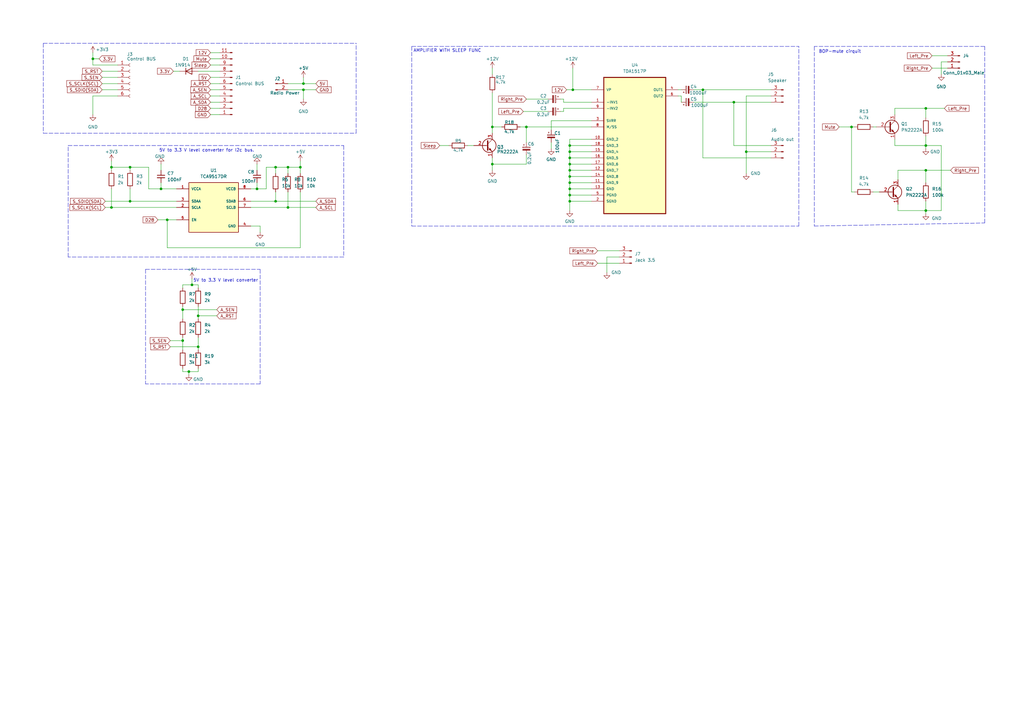
<source format=kicad_sch>
(kicad_sch (version 20211123) (generator eeschema)
  (paper "A3")
  (lib_symbols
    (symbol "Connector:Conn_01x02_Male" (pin_names (offset 1.016) hide)
      (property "Reference" "J" (at 0 2.54 0))
      (property "Value" "Conn_01x02_Male" (at 0 -5.08 0))
      (symbol "Conn_01x02_Male_1_1"
        (polyline (pts (xy 1.27 -2.54) (xy 0.8636 -2.54)) (stroke (width 0.1524)))
        (polyline (pts (xy 1.27 0) (xy 0.8636 0)) (stroke (width 0.1524)))
        (rectangle (start 0.8636 -2.413) (end 0 -2.667) (stroke (width 0.1524)) (fill (type outline)))
        (rectangle (start 0.8636 0.127) (end 0 -0.127) (stroke (width 0.1524)) (fill (type outline)))
        (pin passive line (at 5.08 0 180) (length 3.81) (name "Pin_1") (number "1"))
        (pin passive line (at 5.08 -2.54 180) (length 3.81) (name "Pin_2") (number "2"))
      )
    )
    (symbol "Connector:Conn_01x03_Male" (pin_names (offset 1.016) hide)
      (property "Reference" "J" (at 0 5.08 0))
      (property "Value" "Conn_01x03_Male" (at 0 -5.08 0))
      (symbol "Conn_01x03_Male_1_1"
        (polyline (pts (xy 1.27 -2.54) (xy 0.8636 -2.54)) (stroke (width 0.1524)))
        (polyline (pts (xy 1.27 0) (xy 0.8636 0)) (stroke (width 0.1524)))
        (polyline (pts (xy 1.27 2.54) (xy 0.8636 2.54)) (stroke (width 0.1524)))
        (rectangle (start 0.8636 -2.413) (end 0 -2.667) (stroke (width 0.1524)) (fill (type outline)))
        (rectangle (start 0.8636 0.127) (end 0 -0.127) (stroke (width 0.1524)) (fill (type outline)))
        (rectangle (start 0.8636 2.667) (end 0 2.413) (stroke (width 0.1524)) (fill (type outline)))
        (pin passive line (at 5.08 2.54 180) (length 3.81) (name "Pin_1") (number "1"))
        (pin passive line (at 5.08 0 180) (length 3.81) (name "Pin_2") (number "2"))
        (pin passive line (at 5.08 -2.54 180) (length 3.81) (name "Pin_3") (number "3"))
      )
    )
    (symbol "Connector:Conn_01x06_Female" (pin_names (offset 1.016) hide)
      (property "Reference" "J" (at 0 7.62 0))
      (property "Value" "Conn_01x06_Female" (at 0 -10.16 0))
      (symbol "Conn_01x06_Female_1_1"
        (arc (start 0 -7.112) (mid -0.508 -7.62) (end 0 -8.128) (stroke (width 0.1524)))
        (arc (start 0 -4.572) (mid -0.508 -5.08) (end 0 -5.588) (stroke (width 0.1524)))
        (arc (start 0 -2.032) (mid -0.508 -2.54) (end 0 -3.048) (stroke (width 0.1524)))
        (polyline (pts (xy -1.27 -7.62) (xy -0.508 -7.62)) (stroke (width 0.1524)))
        (polyline (pts (xy -1.27 -5.08) (xy -0.508 -5.08)) (stroke (width 0.1524)))
        (polyline (pts (xy -1.27 -2.54) (xy -0.508 -2.54)) (stroke (width 0.1524)))
        (polyline (pts (xy -1.27 0) (xy -0.508 0)) (stroke (width 0.1524)))
        (polyline (pts (xy -1.27 2.54) (xy -0.508 2.54)) (stroke (width 0.1524)))
        (polyline (pts (xy -1.27 5.08) (xy -0.508 5.08)) (stroke (width 0.1524)))
        (arc (start 0 0.508) (mid -0.508 0) (end 0 -0.508) (stroke (width 0.1524)))
        (arc (start 0 3.048) (mid -0.508 2.54) (end 0 2.032) (stroke (width 0.1524)))
        (arc (start 0 5.588) (mid -0.508 5.08) (end 0 4.572) (stroke (width 0.1524)))
        (pin passive line (at -5.08 5.08 0) (length 3.81) (name "Pin_1") (number "1"))
        (pin passive line (at -5.08 2.54 0) (length 3.81) (name "Pin_2") (number "2"))
        (pin passive line (at -5.08 0 0) (length 3.81) (name "Pin_3") (number "3"))
        (pin passive line (at -5.08 -2.54 0) (length 3.81) (name "Pin_4") (number "4"))
        (pin passive line (at -5.08 -5.08 0) (length 3.81) (name "Pin_5") (number "5"))
        (pin passive line (at -5.08 -7.62 0) (length 3.81) (name "Pin_6") (number "6"))
      )
    )
    (symbol "Connector:Conn_01x11_Male" (pin_names (offset 1.016) hide)
      (property "Reference" "J" (at 0 15.24 0))
      (property "Value" "Conn_01x11_Male" (at 0 -15.24 0))
      (symbol "Conn_01x11_Male_1_1"
        (polyline (pts (xy 1.27 -12.7) (xy 0.8636 -12.7)) (stroke (width 0.1524)))
        (polyline (pts (xy 1.27 -10.16) (xy 0.8636 -10.16)) (stroke (width 0.1524)))
        (polyline (pts (xy 1.27 -7.62) (xy 0.8636 -7.62)) (stroke (width 0.1524)))
        (polyline (pts (xy 1.27 -5.08) (xy 0.8636 -5.08)) (stroke (width 0.1524)))
        (polyline (pts (xy 1.27 -2.54) (xy 0.8636 -2.54)) (stroke (width 0.1524)))
        (polyline (pts (xy 1.27 0) (xy 0.8636 0)) (stroke (width 0.1524)))
        (polyline (pts (xy 1.27 2.54) (xy 0.8636 2.54)) (stroke (width 0.1524)))
        (polyline (pts (xy 1.27 5.08) (xy 0.8636 5.08)) (stroke (width 0.1524)))
        (polyline (pts (xy 1.27 7.62) (xy 0.8636 7.62)) (stroke (width 0.1524)))
        (polyline (pts (xy 1.27 10.16) (xy 0.8636 10.16)) (stroke (width 0.1524)))
        (polyline (pts (xy 1.27 12.7) (xy 0.8636 12.7)) (stroke (width 0.1524)))
        (rectangle (start 0.8636 -12.573) (end 0 -12.827) (stroke (width 0.1524)) (fill (type outline)))
        (rectangle (start 0.8636 -10.033) (end 0 -10.287) (stroke (width 0.1524)) (fill (type outline)))
        (rectangle (start 0.8636 -7.493) (end 0 -7.747) (stroke (width 0.1524)) (fill (type outline)))
        (rectangle (start 0.8636 -4.953) (end 0 -5.207) (stroke (width 0.1524)) (fill (type outline)))
        (rectangle (start 0.8636 -2.413) (end 0 -2.667) (stroke (width 0.1524)) (fill (type outline)))
        (rectangle (start 0.8636 0.127) (end 0 -0.127) (stroke (width 0.1524)) (fill (type outline)))
        (rectangle (start 0.8636 2.667) (end 0 2.413) (stroke (width 0.1524)) (fill (type outline)))
        (rectangle (start 0.8636 5.207) (end 0 4.953) (stroke (width 0.1524)) (fill (type outline)))
        (rectangle (start 0.8636 7.747) (end 0 7.493) (stroke (width 0.1524)) (fill (type outline)))
        (rectangle (start 0.8636 10.287) (end 0 10.033) (stroke (width 0.1524)) (fill (type outline)))
        (rectangle (start 0.8636 12.827) (end 0 12.573) (stroke (width 0.1524)) (fill (type outline)))
        (pin passive line (at 5.08 12.7 180) (length 3.81) (name "Pin_1") (number "1"))
        (pin passive line (at 5.08 -10.16 180) (length 3.81) (name "Pin_10") (number "10"))
        (pin passive line (at 5.08 -12.7 180) (length 3.81) (name "Pin_11") (number "11"))
        (pin passive line (at 5.08 10.16 180) (length 3.81) (name "Pin_2") (number "2"))
        (pin passive line (at 5.08 7.62 180) (length 3.81) (name "Pin_3") (number "3"))
        (pin passive line (at 5.08 5.08 180) (length 3.81) (name "Pin_4") (number "4"))
        (pin passive line (at 5.08 2.54 180) (length 3.81) (name "Pin_5") (number "5"))
        (pin passive line (at 5.08 0 180) (length 3.81) (name "Pin_6") (number "6"))
        (pin passive line (at 5.08 -2.54 180) (length 3.81) (name "Pin_7") (number "7"))
        (pin passive line (at 5.08 -5.08 180) (length 3.81) (name "Pin_8") (number "8"))
        (pin passive line (at 5.08 -7.62 180) (length 3.81) (name "Pin_9") (number "9"))
      )
    )
    (symbol "Device:C_Polarized_Small" (pin_numbers hide) (pin_names (offset 0.254) hide)
      (property "Reference" "C" (at 0.254 1.778 0))
      (property "Value" "C_Polarized_Small" (at 0.254 -2.032 0))
      (symbol "C_Polarized_Small_0_1"
        (rectangle (start -1.524 -0.3048) (end 1.524 -0.6858) (fill (type outline)))
        (rectangle (start -1.524 0.6858) (end 1.524 0.3048))
        (polyline (pts (xy -1.27 1.524) (xy -0.762 1.524)))
        (polyline (pts (xy -1.016 1.27) (xy -1.016 1.778)))
      )
      (symbol "C_Polarized_Small_1_1"
        (pin passive line (at 0 2.54 270) (length 1.8542) (name "~") (number "1"))
        (pin passive line (at 0 -2.54 90) (length 1.8542) (name "~") (number "2"))
      )
    )
    (symbol "Device:C_Small" (pin_numbers hide) (pin_names (offset 0.254) hide)
      (property "Reference" "C" (at 0.254 1.778 0))
      (property "Value" "C_Small" (at 0.254 -2.032 0))
      (symbol "C_Small_0_1"
        (polyline (pts (xy -1.524 -0.508) (xy 1.524 -0.508)) (stroke (width 0.3302)))
        (polyline (pts (xy -1.524 0.508) (xy 1.524 0.508)) (stroke (width 0.3048)))
      )
      (symbol "C_Small_1_1"
        (pin passive line (at 0 2.54 270) (length 2.032) (name "~") (number "1"))
        (pin passive line (at 0 -2.54 90) (length 2.032) (name "~") (number "2"))
      )
    )
    (symbol "Device:R" (pin_numbers hide) (pin_names (offset 0))
      (property "Reference" "R" (at 2.032 0 90))
      (property "Value" "R" (at 0 0 90))
      (symbol "R_0_1"
        (rectangle (start -1.016 -2.54) (end 1.016 2.54) (stroke (width 0.254)))
      )
      (symbol "R_1_1"
        (pin passive line (at 0 3.81 270) (length 1.27) (name "~") (number "1"))
        (pin passive line (at 0 -3.81 90) (length 1.27) (name "~") (number "2"))
      )
    )
    (symbol "Diode:1N914" (pin_numbers hide) (pin_names (offset 1.016) hide)
      (property "Reference" "D" (at 0 2.54 0))
      (property "Value" "1N914" (at 0 -2.54 0))
      (symbol "1N914_0_1"
        (polyline (pts (xy -1.27 1.27) (xy -1.27 -1.27)) (stroke (width 0.254)))
        (polyline (pts (xy 1.27 0) (xy -1.27 0)))
        (polyline (pts (xy 1.27 1.27) (xy 1.27 -1.27) (xy -1.27 0) (xy 1.27 1.27)) (stroke (width 0.254)))
      )
      (symbol "1N914_1_1"
        (pin passive line (at -3.81 0 0) (length 2.54) (name "K") (number "1"))
        (pin passive line (at 3.81 0 180) (length 2.54) (name "A") (number "2"))
      )
    )
    (symbol "TCA9517:TCA9517DR" (pin_names (offset 1.016))
      (property "Reference" "U" (at -10.16 11.16 0))
      (property "Value" "TCA9517DR" (at -10.16 -14.16 0))
      (symbol "TCA9517DR_0_0"
        (rectangle (start -10.16 -10.16) (end 10.16 10.16) (stroke (width 0.254)) (fill (type background)))
        (pin power_in line (at -15.24 7.62 0) (length 5.08) (name "VCCA") (number "1"))
        (pin bidirectional line (at -15.24 0 0) (length 5.08) (name "SCLA") (number "2"))
        (pin bidirectional line (at -15.24 2.54 0) (length 5.08) (name "SDAA") (number "3"))
        (pin power_in line (at 15.24 -7.62 180) (length 5.08) (name "GND") (number "4"))
        (pin input line (at -15.24 -5.08 0) (length 5.08) (name "EN") (number "5"))
        (pin bidirectional line (at 15.24 2.54 180) (length 5.08) (name "SDAB") (number "6"))
        (pin bidirectional line (at 15.24 0 180) (length 5.08) (name "SCLB") (number "7"))
        (pin power_in line (at 15.24 7.62 180) (length 5.08) (name "VCCB") (number "8"))
      )
    )
    (symbol "TDA1517:TDA1517P{slash}N3,112" (pin_names (offset 1.016))
      (property "Reference" "U" (at -5.2325 27.9407 0))
      (property "Value" "TDA1517P{slash}N3,112" (at -4.5259 -35.4956 0))
      (symbol "TDA1517P{slash}N3,112_0_0"
        (rectangle (start -12.7 -30.48) (end 12.7 25.4) (stroke (width 0.4064)) (fill (type background)))
        (pin input line (at -17.78 15.24 0) (length 5.08) (name "-INV1") (number "1"))
        (pin passive line (at -17.78 0 0) (length 5.08) (name "GND_2") (number "10"))
        (pin passive line (at -17.78 -17.78 0) (length 5.08) (name "GND_9") (number "11"))
        (pin passive line (at -17.78 -12.7 0) (length 5.08) (name "GND_7") (number "12"))
        (pin passive line (at -17.78 -20.32 0) (length 5.08) (name "GND") (number "13"))
        (pin passive line (at -17.78 -15.24 0) (length 5.08) (name "GND_8") (number "14"))
        (pin passive line (at -17.78 -5.08 0) (length 5.08) (name "GND_4") (number "15"))
        (pin passive line (at -17.78 -7.62 0) (length 5.08) (name "GND_5") (number "16"))
        (pin passive line (at -17.78 -10.16 0) (length 5.08) (name "GND_6") (number "17"))
        (pin passive line (at -17.78 -2.54 0) (length 5.08) (name "GND_3") (number "18"))
        (pin passive line (at -17.78 -25.4 0) (length 5.08) (name "SGND") (number "2"))
        (pin input line (at -17.78 7.62 0) (length 5.08) (name "SVRR") (number "3"))
        (pin output line (at 17.78 20.32 180) (length 5.08) (name "OUT1") (number "4"))
        (pin passive line (at -17.78 -22.86 0) (length 5.08) (name "PGND") (number "5"))
        (pin output line (at 17.78 17.78 180) (length 5.08) (name "OUT2") (number "6"))
        (pin power_in line (at -17.78 20.32 0) (length 5.08) (name "VP") (number "7"))
        (pin passive line (at -17.78 5.08 0) (length 5.08) (name "M/SS") (number "8"))
        (pin input line (at -17.78 12.7 0) (length 5.08) (name "-INV2") (number "9"))
      )
    )
    (symbol "Transistor_BJT:PN2222A" (pin_names (offset 0) hide)
      (property "Reference" "Q" (at 5.08 1.905 0))
      (property "Value" "PN2222A" (at 5.08 0 0))
      (symbol "PN2222A_0_1"
        (polyline (pts (xy 0 0) (xy 0.635 0)))
        (polyline (pts (xy 2.54 -2.54) (xy 0.635 -0.635)))
        (polyline (pts (xy 2.54 2.54) (xy 0.635 0.635)))
        (polyline (pts (xy 0.635 1.905) (xy 0.635 -1.905) (xy 0.635 -1.905)) (stroke (width 0.508)))
        (polyline (pts (xy 2.413 -2.413) (xy 1.905 -1.905) (xy 1.905 -1.905)))
        (polyline (pts (xy 1.143 -1.651) (xy 1.651 -1.143) (xy 2.159 -2.159) (xy 1.143 -1.651) (xy 1.143 -1.651)) (fill (type outline)))
        (circle (center 1.27 0) (radius 2.8194) (stroke (width 0.254)))
      )
      (symbol "PN2222A_1_1"
        (pin passive line (at 2.54 -5.08 90) (length 2.54) (name "E") (number "1"))
        (pin input line (at -5.08 0 0) (length 5.08) (name "B") (number "2"))
        (pin passive line (at 2.54 5.08 270) (length 2.54) (name "C") (number "3"))
      )
    )
    (symbol "power:+12V" (power) (pin_names (offset 0))
      (property "Value" "+12V" (at 0 3.556 0))
      (symbol "+12V_0_1"
        (polyline (pts (xy -0.762 1.27) (xy 0 2.54)))
        (polyline (pts (xy 0 0) (xy 0 2.54)))
        (polyline (pts (xy 0 2.54) (xy 0.762 1.27)))
      )
      (symbol "+12V_1_1"
        (pin power_in line (at 0 0 90) (length 0) hide (name "+12V") (number "1"))
      )
    )
    (symbol "power:+3.3V" (power) (pin_names (offset 0))
      (property "Value" "+3.3V" (at 0 3.556 0))
      (symbol "+3.3V_0_1"
        (polyline (pts (xy -0.762 1.27) (xy 0 2.54)))
        (polyline (pts (xy 0 0) (xy 0 2.54)))
        (polyline (pts (xy 0 2.54) (xy 0.762 1.27)))
      )
      (symbol "+3.3V_1_1"
        (pin power_in line (at 0 0 90) (length 0) hide (name "+3V3") (number "1"))
      )
    )
    (symbol "power:+5V" (power) (pin_names (offset 0))
      (property "Value" "+5V" (at 0 3.556 0))
      (symbol "+5V_0_1"
        (polyline (pts (xy -0.762 1.27) (xy 0 2.54)))
        (polyline (pts (xy 0 0) (xy 0 2.54)))
        (polyline (pts (xy 0 2.54) (xy 0.762 1.27)))
      )
      (symbol "+5V_1_1"
        (pin power_in line (at 0 0 90) (length 0) hide (name "+5V") (number "1"))
      )
    )
    (symbol "power:GND" (power) (pin_names (offset 0))
      (property "Value" "GND" (at 0 -3.81 0))
      (symbol "GND_0_1"
        (polyline (pts (xy 0 0) (xy 0 -1.27) (xy 1.27 -1.27) (xy 0 -2.54) (xy -1.27 -1.27) (xy 0 -1.27)))
      )
      (symbol "GND_1_1"
        (pin power_in line (at 0 0 270) (length 0) hide (name "GND") (number "1"))
      )
    )
  )
  (junction (at 233.68 80.01))
  (junction (at 233.68 77.47))
  (junction (at 53.34 82.55))
  (junction (at 77.47 152.4))
  (junction (at 201.93 52.07))
  (junction (at 38.1 24.13))
  (junction (at 215.9 52.07))
  (junction (at 379.73 69.85))
  (junction (at 81.28 142.24))
  (junction (at 379.73 44.45))
  (junction (at 233.68 64.77))
  (junction (at 379.73 59.69))
  (junction (at 233.68 62.23))
  (junction (at 349.25 52.07))
  (junction (at 233.68 69.85))
  (junction (at 233.68 72.39))
  (junction (at 45.72 68.58))
  (junction (at 233.68 59.69))
  (junction (at 234.95 36.83))
  (junction (at 68.58 90.17))
  (junction (at 233.68 82.55))
  (junction (at 379.73 86.36))
  (junction (at 201.93 67.31))
  (junction (at 113.03 68.58))
  (junction (at 124.46 36.83))
  (junction (at 66.04 77.47))
  (junction (at 233.68 74.93))
  (junction (at 81.28 129.54))
  (junction (at 113.03 82.55))
  (junction (at 74.93 127))
  (junction (at 118.11 68.58))
  (junction (at 300.99 41.91))
  (junction (at 118.11 85.09))
  (junction (at 123.19 68.58))
  (junction (at 74.93 139.7))
  (junction (at 105.41 77.47))
  (junction (at 233.68 67.31))
  (junction (at 288.29 36.83))
  (junction (at 45.72 85.09))
  (junction (at 306.07 62.23))
  (junction (at 53.34 68.58))
  (junction (at 78.74 116.84))
  (junction (at 124.46 34.29))
  (wire (pts (xy 233.68 74.93) (xy 233.68 77.47)))
  (wire (pts (xy 124.46 34.29) (xy 129.54 34.29)))
  (wire (pts (xy 86.36 34.29) (xy 90.17 34.29)))
  (wire (pts (xy 74.93 127) (xy 74.93 130.81)))
  (polyline (pts (xy 334.01 39.37) (xy 334.01 92.71)))
  (wire (pts (xy 367.03 59.69) (xy 379.73 59.69)))
  (wire (pts (xy 233.68 74.93) (xy 242.57 74.93)))
  (wire (pts (xy 278.13 36.83) (xy 279.4 36.83)))
  (wire (pts (xy 234.95 36.83) (xy 242.57 36.83)))
  (wire (pts (xy 81.28 116.84) (xy 81.28 118.11)))
  (wire (pts (xy 69.85 142.24) (xy 81.28 142.24)))
  (wire (pts (xy 74.93 127) (xy 88.9 127)))
  (wire (pts (xy 279.4 39.37) (xy 278.13 39.37)))
  (wire (pts (xy 102.87 77.47) (xy 105.41 77.47)))
  (polyline (pts (xy 17.78 17.78) (xy 17.78 54.61)))
  (wire (pts (xy 74.93 127) (xy 74.93 125.73)))
  (polyline (pts (xy 403.86 19.05) (xy 334.01 19.05)))
  (wire (pts (xy 233.68 64.77) (xy 242.57 64.77)))
  (wire (pts (xy 118.11 68.58) (xy 118.11 71.12)))
  (wire (pts (xy 233.68 67.31) (xy 233.68 69.85)))
  (wire (pts (xy 113.03 68.58) (xy 118.11 68.58)))
  (wire (pts (xy 38.1 21.59) (xy 38.1 24.13)))
  (wire (pts (xy 215.9 58.42) (xy 215.9 52.07)))
  (wire (pts (xy 118.11 34.29) (xy 124.46 34.29)))
  (wire (pts (xy 300.99 41.91) (xy 300.99 59.69)))
  (wire (pts (xy 66.04 77.47) (xy 66.04 74.93)))
  (wire (pts (xy 66.04 77.47) (xy 72.39 77.47)))
  (wire (pts (xy 74.93 138.43) (xy 74.93 139.7)))
  (wire (pts (xy 367.03 46.99) (xy 367.03 44.45)))
  (wire (pts (xy 45.72 85.09) (xy 45.72 77.47)))
  (wire (pts (xy 379.73 69.85) (xy 389.89 69.85)))
  (wire (pts (xy 86.36 31.75) (xy 90.17 31.75)))
  (wire (pts (xy 66.04 67.31) (xy 66.04 69.85)))
  (wire (pts (xy 379.73 59.69) (xy 386.08 59.69)))
  (wire (pts (xy 379.73 86.36) (xy 368.3 86.36)))
  (wire (pts (xy 69.85 139.7) (xy 74.93 139.7)))
  (polyline (pts (xy 168.91 19.05) (xy 168.91 92.71)))
  (wire (pts (xy 102.87 85.09) (xy 118.11 85.09)))
  (wire (pts (xy 233.68 62.23) (xy 242.57 62.23)))
  (wire (pts (xy 386.08 59.69) (xy 386.08 86.36)))
  (wire (pts (xy 231.14 41.91) (xy 231.14 40.64)))
  (wire (pts (xy 231.14 45.72) (xy 231.14 44.45)))
  (wire (pts (xy 48.26 39.37) (xy 38.1 39.37)))
  (wire (pts (xy 86.36 21.59) (xy 90.17 21.59)))
  (wire (pts (xy 233.68 64.77) (xy 233.68 67.31)))
  (wire (pts (xy 233.68 59.69) (xy 242.57 59.69)))
  (wire (pts (xy 86.36 41.91) (xy 90.17 41.91)))
  (wire (pts (xy 242.57 41.91) (xy 231.14 41.91)))
  (wire (pts (xy 102.87 92.71) (xy 106.68 92.71)))
  (wire (pts (xy 379.73 82.55) (xy 379.73 86.36)))
  (wire (pts (xy 233.68 62.23) (xy 233.68 59.69)))
  (wire (pts (xy 368.3 73.66) (xy 368.3 69.85)))
  (polyline (pts (xy 27.94 105.41) (xy 27.94 59.69)))
  (wire (pts (xy 45.72 66.04) (xy 45.72 68.58)))
  (wire (pts (xy 53.34 77.47) (xy 53.34 82.55)))
  (wire (pts (xy 105.41 77.47) (xy 109.22 77.47)))
  (wire (pts (xy 106.68 92.71) (xy 106.68 95.25)))
  (wire (pts (xy 201.93 27.94) (xy 201.93 30.48)))
  (wire (pts (xy 300.99 41.91) (xy 316.23 41.91)))
  (wire (pts (xy 349.25 52.07) (xy 344.17 52.07)))
  (wire (pts (xy 279.4 39.37) (xy 279.4 41.91)))
  (wire (pts (xy 201.93 38.1) (xy 201.93 52.07)))
  (wire (pts (xy 86.36 44.45) (xy 90.17 44.45)))
  (wire (pts (xy 226.06 58.42) (xy 226.06 60.96)))
  (wire (pts (xy 233.68 77.47) (xy 233.68 80.01)))
  (wire (pts (xy 229.87 45.72) (xy 231.14 45.72)))
  (polyline (pts (xy 168.91 92.71) (xy 327.66 92.71)))
  (wire (pts (xy 233.68 72.39) (xy 233.68 74.93)))
  (wire (pts (xy 201.93 52.07) (xy 201.93 54.61)))
  (wire (pts (xy 86.36 46.99) (xy 90.17 46.99)))
  (wire (pts (xy 367.03 44.45) (xy 379.73 44.45)))
  (wire (pts (xy 105.41 67.31) (xy 105.41 69.85)))
  (polyline (pts (xy 106.68 157.48) (xy 59.69 157.48)))
  (wire (pts (xy 382.27 22.86) (xy 388.62 22.86)))
  (polyline (pts (xy 168.91 19.05) (xy 327.66 19.05)))
  (wire (pts (xy 379.73 59.69) (xy 379.73 60.96)))
  (wire (pts (xy 78.74 116.84) (xy 81.28 116.84)))
  (wire (pts (xy 379.73 59.69) (xy 379.73 55.88)))
  (wire (pts (xy 81.28 152.4) (xy 81.28 151.13)))
  (wire (pts (xy 233.68 69.85) (xy 242.57 69.85)))
  (wire (pts (xy 41.91 31.75) (xy 48.26 31.75)))
  (wire (pts (xy 284.48 41.91) (xy 300.99 41.91)))
  (wire (pts (xy 43.18 85.09) (xy 45.72 85.09)))
  (wire (pts (xy 124.46 36.83) (xy 129.54 36.83)))
  (wire (pts (xy 388.62 25.4) (xy 386.08 25.4)))
  (wire (pts (xy 81.28 129.54) (xy 81.28 125.73)))
  (wire (pts (xy 201.93 67.31) (xy 215.9 67.31)))
  (wire (pts (xy 38.1 24.13) (xy 38.1 26.67)))
  (wire (pts (xy 78.74 114.3) (xy 78.74 116.84)))
  (wire (pts (xy 68.58 101.6) (xy 123.19 101.6)))
  (wire (pts (xy 233.68 80.01) (xy 233.68 82.55)))
  (wire (pts (xy 226.06 49.53) (xy 242.57 49.53)))
  (wire (pts (xy 45.72 68.58) (xy 53.34 68.58)))
  (wire (pts (xy 81.28 138.43) (xy 81.28 142.24)))
  (wire (pts (xy 109.22 77.47) (xy 109.22 68.58)))
  (wire (pts (xy 379.73 44.45) (xy 387.35 44.45)))
  (wire (pts (xy 41.91 29.21) (xy 48.26 29.21)))
  (wire (pts (xy 231.14 44.45) (xy 242.57 44.45)))
  (wire (pts (xy 233.68 59.69) (xy 233.68 57.15)))
  (wire (pts (xy 300.99 59.69) (xy 316.23 59.69)))
  (wire (pts (xy 349.25 52.07) (xy 350.52 52.07)))
  (wire (pts (xy 306.07 62.23) (xy 316.23 62.23)))
  (wire (pts (xy 233.68 69.85) (xy 233.68 72.39)))
  (wire (pts (xy 113.03 68.58) (xy 113.03 71.12)))
  (polyline (pts (xy 59.69 110.49) (xy 59.69 157.48)))
  (wire (pts (xy 306.07 39.37) (xy 306.07 62.23)))
  (wire (pts (xy 349.25 78.74) (xy 349.25 52.07)))
  (wire (pts (xy 74.93 152.4) (xy 74.93 151.13)))
  (wire (pts (xy 306.07 62.23) (xy 306.07 71.12)))
  (wire (pts (xy 233.68 82.55) (xy 233.68 86.36)))
  (wire (pts (xy 38.1 39.37) (xy 38.1 46.99)))
  (wire (pts (xy 245.11 107.95) (xy 254 107.95)))
  (wire (pts (xy 77.47 152.4) (xy 74.93 152.4)))
  (wire (pts (xy 316.23 64.77) (xy 288.29 64.77)))
  (wire (pts (xy 124.46 34.29) (xy 124.46 31.75)))
  (wire (pts (xy 81.28 142.24) (xy 81.28 143.51)))
  (wire (pts (xy 124.46 36.83) (xy 124.46 40.64)))
  (polyline (pts (xy 334.01 92.71) (xy 403.86 91.44)))
  (wire (pts (xy 368.3 86.36) (xy 368.3 83.82)))
  (wire (pts (xy 382.27 27.94) (xy 388.62 27.94)))
  (wire (pts (xy 123.19 71.12) (xy 123.19 68.58)))
  (wire (pts (xy 226.06 49.53) (xy 226.06 53.34)))
  (wire (pts (xy 248.92 105.41) (xy 248.92 111.76)))
  (wire (pts (xy 358.14 52.07) (xy 359.41 52.07)))
  (wire (pts (xy 81.28 129.54) (xy 88.9 129.54)))
  (wire (pts (xy 74.93 116.84) (xy 74.93 118.11)))
  (wire (pts (xy 288.29 36.83) (xy 316.23 36.83)))
  (wire (pts (xy 38.1 26.67) (xy 48.26 26.67)))
  (wire (pts (xy 113.03 82.55) (xy 113.03 78.74)))
  (wire (pts (xy 358.14 78.74) (xy 360.68 78.74)))
  (polyline (pts (xy 27.94 59.69) (xy 140.97 59.69)))
  (wire (pts (xy 74.93 116.84) (xy 78.74 116.84)))
  (wire (pts (xy 41.91 36.83) (xy 48.26 36.83)))
  (wire (pts (xy 41.91 34.29) (xy 48.26 34.29)))
  (wire (pts (xy 53.34 68.58) (xy 53.34 69.85)))
  (wire (pts (xy 386.08 86.36) (xy 379.73 86.36)))
  (wire (pts (xy 234.95 36.83) (xy 234.95 27.94)))
  (wire (pts (xy 379.73 86.36) (xy 379.73 87.63)))
  (wire (pts (xy 245.11 102.87) (xy 254 102.87)))
  (wire (pts (xy 74.93 139.7) (xy 74.93 143.51)))
  (wire (pts (xy 231.14 40.64) (xy 229.87 40.64)))
  (wire (pts (xy 232.41 36.83) (xy 234.95 36.83)))
  (wire (pts (xy 123.19 66.04) (xy 123.19 68.58)))
  (wire (pts (xy 68.58 90.17) (xy 72.39 90.17)))
  (polyline (pts (xy 17.78 54.61) (xy 146.05 54.61)))
  (polyline (pts (xy 59.69 110.49) (xy 106.68 110.49)))
  (wire (pts (xy 201.93 52.07) (xy 205.74 52.07)))
  (polyline (pts (xy 403.86 91.44) (xy 403.86 19.05)))
  (wire (pts (xy 368.3 69.85) (xy 379.73 69.85)))
  (wire (pts (xy 233.68 64.77) (xy 233.68 62.23)))
  (wire (pts (xy 379.73 69.85) (xy 379.73 74.93)))
  (wire (pts (xy 81.28 29.21) (xy 90.17 29.21)))
  (wire (pts (xy 215.9 52.07) (xy 213.36 52.07)))
  (polyline (pts (xy 106.68 110.49) (xy 106.68 157.48)))
  (wire (pts (xy 53.34 68.58) (xy 60.96 68.58)))
  (wire (pts (xy 233.68 77.47) (xy 242.57 77.47)))
  (wire (pts (xy 86.36 26.67) (xy 90.17 26.67)))
  (wire (pts (xy 254 105.41) (xy 248.92 105.41)))
  (wire (pts (xy 71.12 29.21) (xy 73.66 29.21)))
  (wire (pts (xy 109.22 68.58) (xy 113.03 68.58)))
  (wire (pts (xy 201.93 67.31) (xy 201.93 69.85)))
  (wire (pts (xy 113.03 82.55) (xy 129.54 82.55)))
  (wire (pts (xy 386.08 25.4) (xy 386.08 30.48)))
  (wire (pts (xy 201.93 64.77) (xy 201.93 67.31)))
  (wire (pts (xy 77.47 153.67) (xy 77.47 152.4)))
  (wire (pts (xy 242.57 80.01) (xy 233.68 80.01)))
  (wire (pts (xy 77.47 152.4) (xy 81.28 152.4)))
  (wire (pts (xy 60.96 77.47) (xy 60.96 68.58)))
  (wire (pts (xy 306.07 39.37) (xy 316.23 39.37)))
  (wire (pts (xy 81.28 129.54) (xy 81.28 130.81)))
  (wire (pts (xy 233.68 57.15) (xy 242.57 57.15)))
  (wire (pts (xy 288.29 36.83) (xy 288.29 64.77)))
  (polyline (pts (xy 327.66 92.71) (xy 327.66 19.05)))
  (wire (pts (xy 64.77 90.17) (xy 68.58 90.17)))
  (wire (pts (xy 118.11 36.83) (xy 124.46 36.83)))
  (wire (pts (xy 233.68 82.55) (xy 242.57 82.55)))
  (wire (pts (xy 102.87 82.55) (xy 113.03 82.55)))
  (wire (pts (xy 86.36 39.37) (xy 90.17 39.37)))
  (polyline (pts (xy 146.05 54.61) (xy 146.05 17.78)))
  (wire (pts (xy 367.03 57.15) (xy 367.03 59.69)))
  (wire (pts (xy 214.63 45.72) (xy 224.79 45.72)))
  (wire (pts (xy 242.57 67.31) (xy 233.68 67.31)))
  (wire (pts (xy 180.34 59.69) (xy 184.15 59.69)))
  (wire (pts (xy 215.9 52.07) (xy 242.57 52.07)))
  (wire (pts (xy 215.9 67.31) (xy 215.9 63.5)))
  (wire (pts (xy 45.72 68.58) (xy 45.72 69.85)))
  (wire (pts (xy 233.68 72.39) (xy 242.57 72.39)))
  (wire (pts (xy 43.18 82.55) (xy 53.34 82.55)))
  (wire (pts (xy 215.9 40.64) (xy 224.79 40.64)))
  (wire (pts (xy 284.48 36.83) (xy 288.29 36.83)))
  (wire (pts (xy 86.36 24.13) (xy 90.17 24.13)))
  (wire (pts (xy 350.52 78.74) (xy 349.25 78.74)))
  (wire (pts (xy 53.34 82.55) (xy 72.39 82.55)))
  (wire (pts (xy 60.96 77.47) (xy 66.04 77.47)))
  (polyline (pts (xy 334.01 19.05) (xy 334.01 39.37)))
  (wire (pts (xy 45.72 85.09) (xy 72.39 85.09)))
  (wire (pts (xy 379.73 44.45) (xy 379.73 48.26)))
  (wire (pts (xy 86.36 36.83) (xy 90.17 36.83)))
  (wire (pts (xy 118.11 68.58) (xy 123.19 68.58)))
  (wire (pts (xy 123.19 101.6) (xy 123.19 78.74)))
  (wire (pts (xy 105.41 74.93) (xy 105.41 77.47)))
  (polyline (pts (xy 140.97 105.41) (xy 27.94 105.41)))
  (wire (pts (xy 118.11 85.09) (xy 129.54 85.09)))
  (wire (pts (xy 191.77 59.69) (xy 194.31 59.69)))
  (wire (pts (xy 68.58 90.17) (xy 68.58 101.6)))
  (polyline (pts (xy 140.97 59.69) (xy 140.97 105.41)))
  (polyline (pts (xy 17.78 17.78) (xy 146.05 17.78)))
  (wire (pts (xy 38.1 24.13) (xy 40.64 24.13)))
  (wire (pts (xy 118.11 85.09) (xy 118.11 78.74)))
  (text "5V to 3.3 V level converter" (at 79.248 115.824 0) (effects (font (size 1.27 1.27)) (justify left bottom)))
  (text "BOP-mute cirquit" (at 335.788 21.971 0) (effects (font (size 1.27 1.27)) (justify left bottom)))
  (text "AMPLIFIER WITH SLEEP FUNC" (at 169.545 21.59 0) (effects (font (size 1.27 1.27)) (justify left bottom)))
  (text "5V to 3.3 V level converter for I2c bus." (at 65.278 62.484 0) (effects (font (size 1.27 1.27)) (justify left bottom)))
  (global_label "A_SDA" (shape input) (at 129.54 82.55 0) (property "Обозначения листов" "${INTERSHEET_REFS}" (effects hide)))
  (global_label "5V" (shape input) (at 86.36 31.75 180) (property "Intersheet References" "${INTERSHEET_REFS}" (effects hide)))
  (global_label "Left_Pre" (shape input) (at 382.27 22.86 180) (property "Обозначения листов" "${INTERSHEET_REFS}" (effects hide)))
  (global_label "A_RST" (shape input) (at 88.9 129.54 0) (property "Обозначения листов" "${INTERSHEET_REFS}" (effects hide)))
  (global_label "D28" (shape input) (at 64.77 90.17 180) (property "Обозначения листов" "${INTERSHEET_REFS}" (effects hide)))
  (global_label "Sleep" (shape input) (at 86.36 26.67 180) (property "Обозначения листов" "${INTERSHEET_REFS}" (effects hide)))
  (global_label "3.3V" (shape input) (at 71.12 29.21 180) (property "Intersheet References" "${INTERSHEET_REFS}" (effects hide)))
  (global_label "GND" (shape input) (at 129.54 36.83 0) (property "Intersheet References" "${INTERSHEET_REFS}" (effects hide)))
  (global_label "S_SEN" (shape input) (at 69.85 139.7 180) (property "Обозначения листов" "${INTERSHEET_REFS}" (effects hide)))
  (global_label "5V" (shape input) (at 129.54 34.29 0) (property "Intersheet References" "${INTERSHEET_REFS}" (effects hide)))
  (global_label "Left_Pre" (shape input) (at 387.35 44.45 0) (property "Обозначения листов" "${INTERSHEET_REFS}" (effects hide)))
  (global_label "Mute" (shape input) (at 344.17 52.07 180) (property "Обозначения листов" "${INTERSHEET_REFS}" (effects hide)))
  (global_label "GND" (shape input) (at 86.36 46.99 180) (property "Intersheet References" "${INTERSHEET_REFS}" (effects hide)))
  (global_label "Right_Pre" (shape input) (at 382.27 27.94 180) (property "Обозначения листов" "${INTERSHEET_REFS}" (effects hide)))
  (global_label "S_RST" (shape input) (at 41.91 29.21 180) (property "Обозначения листов" "${INTERSHEET_REFS}" (effects hide)))
  (global_label "S_SDIO(SDA)" (shape input) (at 41.91 36.83 180) (property "Обозначения листов" "${INTERSHEET_REFS}" (effects hide)))
  (global_label "Left_Pre" (shape input) (at 214.63 45.72 180) (property "Обозначения листов" "${INTERSHEET_REFS}" (effects hide)))
  (global_label "A_SDA" (shape input) (at 86.36 41.91 180) (property "Обозначения листов" "${INTERSHEET_REFS}" (effects hide)))
  (global_label "Right_Pre" (shape input) (at 245.11 102.87 180) (property "Обозначения листов" "${INTERSHEET_REFS}" (effects hide)))
  (global_label "3.3V" (shape input) (at 40.64 24.13 0) (property "Intersheet References" "${INTERSHEET_REFS}" (effects hide)))
  (global_label "A_RST" (shape input) (at 86.36 34.29 180) (property "Обозначения листов" "${INTERSHEET_REFS}" (effects hide)))
  (global_label "Mute" (shape input) (at 86.36 24.13 180) (property "Обозначения листов" "${INTERSHEET_REFS}" (effects hide)))
  (global_label "D28" (shape input) (at 86.36 44.45 180) (property "Обозначения листов" "${INTERSHEET_REFS}" (effects hide)))
  (global_label "A_SCL" (shape input) (at 129.54 85.09 0) (property "Обозначения листов" "${INTERSHEET_REFS}" (effects hide)))
  (global_label "A_SCL" (shape input) (at 86.36 39.37 180) (property "Обозначения листов" "${INTERSHEET_REFS}" (effects hide)))
  (global_label "Sleep" (shape input) (at 180.34 59.69 180) (property "Обозначения листов" "${INTERSHEET_REFS}" (effects hide)))
  (global_label "S_SDIO(SDA)" (shape input) (at 43.18 82.55 180) (property "Обозначения листов" "${INTERSHEET_REFS}" (effects hide)))
  (global_label "A_SEN" (shape input) (at 88.9 127 0) (property "Обозначения листов" "${INTERSHEET_REFS}" (effects hide)))
  (global_label "Right_Pre" (shape input) (at 215.9 40.64 180) (property "Обозначения листов" "${INTERSHEET_REFS}" (effects hide)))
  (global_label "S_SEN" (shape input) (at 41.91 31.75 180) (property "Обозначения листов" "${INTERSHEET_REFS}" (effects hide)))
  (global_label "Left_Pre" (shape input) (at 245.11 107.95 180) (property "Обозначения листов" "${INTERSHEET_REFS}" (effects hide)))
  (global_label "S_RST" (shape input) (at 69.85 142.24 180) (property "Обозначения листов" "${INTERSHEET_REFS}" (effects hide)))
  (global_label "12V" (shape input) (at 86.36 21.59 180) (property "Обозначения листов" "${INTERSHEET_REFS}" (effects hide)))
  (global_label "A_SEN" (shape input) (at 86.36 36.83 180) (property "Обозначения листов" "${INTERSHEET_REFS}" (effects hide)))
  (global_label "S_SCLK(SCL)" (shape input) (at 43.18 85.09 180) (property "Обозначения листов" "${INTERSHEET_REFS}" (effects hide)))
  (global_label "S_SCLK(SCL)" (shape input) (at 41.91 34.29 180) (property "Обозначения листов" "${INTERSHEET_REFS}" (effects hide)))
  (global_label "Right_Pre" (shape input) (at 389.89 69.85 0) (property "Обозначения листов" "${INTERSHEET_REFS}" (effects hide)))
  (global_label "12V" (shape input) (at 232.41 36.83 180) (property "Обозначения листов" "${INTERSHEET_REFS}" (effects hide)))
  (symbol (lib_id "power:+3.3V") (at 38.1 21.59 0) (unit 1)
    (property "Reference" "#PWR011" (effects hide))
    (property "Value" "+3.3V" (at 41.91 20.32 0))
  )
  (symbol (lib_id "Device:R") (at 113.03 74.93 0) (unit 1)
    (property "Reference" "R6" (at 115.57 73.6599 0) (effects (justify left)))
    (property "Value" "10k" (at 115.57 76.1999 0) (effects (justify left)))
    (property "Footprint" "Resistor_SMD:R_1206_3216Metric" (effects hide))
  )
  (symbol (lib_id "Connector:Conn_01x03_Male") (at 321.31 62.23 180) (unit 1)
    (property "Reference" "J6" (at 316.23 53.34 0) (effects (justify right)))
    (property "Value" "Audio out" (at 316.23 57.15 0) (effects (justify right)))
    (property "Footprint" "Connector_PinSocket_2.54mm:PinSocket_1x03_P2.54mm_Vertical" (effects hide))
  )
  (symbol (lib_id "Device:C_Polarized_Small") (at 281.94 41.91 90) (unit 1)
    (property "Reference" "C5" (at 284.48 40.64 90))
    (property "Value" "1000uF" (at 287.02 43.18 90))
    (property "Footprint" "Capacitor_THT:CP_Radial_D8.0mm_P3.80mm" (effects hide))
  )
  (symbol (lib_id "Connector:Conn_01x03_Male") (at 321.31 39.37 180) (unit 1)
    (property "Reference" "J5" (at 314.96 30.48 0) (effects (justify right)))
    (property "Value" "Speaker" (at 314.96 33.02 0) (effects (justify right)))
    (property "Footprint" "Connector_PinSocket_2.54mm:PinSocket_1x03_P2.54mm_Vertical" (effects hide))
  )
  (symbol (lib_id "power:GND") (at 233.68 86.36 0) (unit 1)
    (property "Reference" "#PWR017" (effects hide))
    (property "Value" "GND" (at 233.68 90.805 0))
  )
  (symbol (lib_id "Device:R") (at 354.33 78.74 90) (unit 1)
    (property "Reference" "R14" (at 354.33 73.025 90))
    (property "Value" "4.7k" (at 354.33 75.565 90))
    (property "Footprint" "Resistor_SMD:R_1206_3216Metric" (effects hide))
  )
  (symbol (lib_id "Device:R") (at 81.28 134.62 0) (unit 1)
    (property "Reference" "R4" (at 83.82 133.3499 0) (effects (justify left)))
    (property "Value" "2k" (at 83.82 135.8899 0) (effects (justify left)))
    (property "Footprint" "Resistor_SMD:R_1206_3216Metric" (effects hide))
  )
  (symbol (lib_id "TDA1517:TDA1517P{slash}N3,112") (at 260.35 57.15 0) (unit 1)
    (property "Reference" "U4" (at 260.35 26.67 0))
    (property "Value" "TDA1517P" (at 260.35 29.21 0))
    (property "Footprint" "TDA1517:DIP254P762X470-18" (effects hide))
    (property "OC_NEWARK" "70R9196" (effects hide))
    (property "SUPPLIER" "NXP" (effects hide))
    (property "MPN" "TDA1517P/N3,112" (effects hide))
    (property "OC_FARNELL" "1868379" (effects hide))
    (property "PACKAGE" "DIP-18" (effects hide))
  )
  (symbol (lib_id "power:GND") (at 379.73 60.96 0) (unit 1)
    (property "Reference" "#PWR013" (effects hide))
    (property "Value" "GND" (at 383.54 62.23 0))
  )
  (symbol (lib_id "Device:R") (at 45.72 73.66 0) (unit 1)
    (property "Reference" "R1" (at 48.26 72.3899 0) (effects (justify left)))
    (property "Value" "2k" (at 48.26 74.9299 0) (effects (justify left)))
    (property "Footprint" "Resistor_SMD:R_1206_3216Metric" (effects hide))
  )
  (symbol (lib_id "power:+12V") (at 234.95 27.94 0) (unit 1)
    (property "Reference" "#PWR018" (effects hide))
    (property "Value" "+12V" (at 234.315 24.13 0))
  )
  (symbol (lib_id "power:+3.3V") (at 45.72 66.04 0) (unit 1)
    (property "Reference" "#PWR06" (effects hide))
    (property "Value" "+3.3V" (at 45.72 62.23 0))
  )
  (symbol (lib_id "Device:R") (at 74.93 147.32 0) (unit 1)
    (property "Reference" "R11" (at 77.47 146.0499 0) (effects (justify left)))
    (property "Value" "3k" (at 77.47 148.5899 0) (effects (justify left)))
    (property "Footprint" "Resistor_SMD:R_1206_3216Metric" (effects hide))
  )
  (symbol (lib_id "power:+12V") (at 201.93 27.94 0) (unit 1)
    (property "Reference" "#PWR0101" (effects hide))
    (property "Value" "+12V" (at 201.93 24.13 0))
  )
  (symbol (lib_id "power:GND") (at 248.92 111.76 0) (unit 1)
    (property "Reference" "#PWR0109" (effects hide))
    (property "Value" "GND" (at 252.73 111.76 0))
  )
  (symbol (lib_id "Device:R") (at 53.34 73.66 0) (unit 1)
    (property "Reference" "R3" (at 55.88 72.3899 0) (effects (justify left)))
    (property "Value" "2k" (at 55.88 74.9299 0) (effects (justify left)))
    (property "Footprint" "Resistor_SMD:R_1206_3216Metric" (effects hide))
  )
  (symbol (lib_id "Device:C_Polarized_Small") (at 281.94 36.83 90) (unit 1)
    (property "Reference" "C4" (at 284.48 35.56 90))
    (property "Value" "1000uF" (at 286.385 38.1 90))
    (property "Footprint" "Capacitor_THT:CP_Radial_D8.0mm_P3.80mm" (effects hide))
  )
  (symbol (lib_id "Transistor_BJT:PN2222A") (at 199.39 59.69 0) (unit 1)
    (property "Reference" "Q3" (at 203.835 60.325 0) (effects (justify left)))
    (property "Value" "PN2222A" (at 203.835 62.23 0) (effects (justify left)))
    (property "Footprint" "Package_TO_SOT_THT:TO-92_Inline" (effects hide))
    (property "Datasheet" "https://www.onsemi.com/pub/Collateral/PN2222-D.PDF" (effects hide))
  )
  (symbol (lib_id "Device:R") (at 201.93 34.29 0) (unit 1)
    (property "Reference" "R17" (at 203.2 31.75 0) (effects (justify left)))
    (property "Value" "4.7k" (at 203.2 33.655 0) (effects (justify left)))
    (property "Footprint" "Resistor_SMD:R_1206_3216Metric" (effects hide))
  )
  (symbol (lib_id "Device:R") (at 74.93 134.62 0) (unit 1)
    (property "Reference" "R2" (at 77.47 133.3499 0) (effects (justify left)))
    (property "Value" "2k" (at 77.47 135.8899 0) (effects (justify left)))
    (property "Footprint" "Resistor_SMD:R_1206_3216Metric" (effects hide))
  )
  (symbol (lib_id "Device:R") (at 354.33 52.07 90) (unit 1)
    (property "Reference" "R13" (at 354.33 45.72 90))
    (property "Value" "4.7k" (at 354.33 48.26 90))
    (property "Footprint" "Resistor_SMD:R_1206_3216Metric" (effects hide))
  )
  (symbol (lib_id "Connector:Conn_01x02_Male") (at 113.03 34.29 0) (unit 1)
    (property "Reference" "J2" (at 113.792 32.258 0))
    (property "Value" "Radio Power" (at 116.84 38.1 0))
    (property "Footprint" "Connector_PinSocket_2.54mm:PinSocket_1x02_P2.54mm_Vertical" (effects hide))
  )
  (symbol (lib_id "Connector:Conn_01x03_Male") (at 259.08 105.41 180) (unit 1)
    (property "Reference" "J7" (at 260.35 104.1399 0) (effects (justify right)))
    (property "Value" "Jack 3.5" (at 260.35 106.68 0) (effects (justify right)))
    (property "Footprint" "Connector_PinSocket_2.54mm:PinSocket_1x03_P2.54mm_Vertical" (effects hide))
  )
  (symbol (lib_id "Device:R") (at 123.19 74.93 0) (unit 1)
    (property "Reference" "R10" (at 125.73 73.6599 0) (effects (justify left)))
    (property "Value" "10k" (at 125.73 76.1999 0) (effects (justify left)))
    (property "Footprint" "Resistor_SMD:R_1206_3216Metric" (effects hide))
  )
  (symbol (lib_id "power:+5V") (at 78.74 114.3 0) (unit 1)
    (property "Reference" "#PWR02" (effects hide))
    (property "Value" "+5V" (at 78.74 110.49 0))
  )
  (symbol (lib_id "power:GND") (at 379.73 87.63 0) (unit 1)
    (property "Reference" "#PWR014" (effects hide))
    (property "Value" "GND" (at 384.175 89.535 0))
  )
  (symbol (lib_id "power:GND") (at 105.41 67.31 180) (unit 1)
    (property "Reference" "#PWR0103" (effects hide))
    (property "Value" "GND" (at 103.505 64.135 0) (effects (justify right)))
  )
  (symbol (lib_id "TCA9517:TCA9517DR") (at 87.63 85.09 0) (unit 1)
    (property "Reference" "U1" (at 87.63 69.85 0))
    (property "Value" "TCA9517DR" (at 87.63 72.39 0))
    (property "Footprint" "PCA9517:SOIC127P599X175-8N" (effects hide))
    (property "MAXIMUM_PACKAGE_HEIGHT" "1.75mm" (effects hide))
    (property "STANDARD" "IPC-7351B" (effects hide))
    (property "PARTREV" "D" (effects hide))
    (property "MANUFACTURER" "Texas Instruments" (effects hide))
  )
  (symbol (lib_id "power:GND") (at 306.07 71.12 0) (unit 1)
    (property "Reference" "#PWR0105" (effects hide))
    (property "Value" "GND" (at 309.88 71.12 0))
  )
  (symbol (lib_id "Device:R") (at 74.93 121.92 0) (unit 1)
    (property "Reference" "R7" (at 77.47 120.6499 0) (effects (justify left)))
    (property "Value" "2k" (at 77.47 123.1899 0) (effects (justify left)))
    (property "Footprint" "Resistor_SMD:R_1206_3216Metric" (effects hide))
  )
  (symbol (lib_id "Device:C_Polarized_Small") (at 226.06 55.88 0) (unit 1)
    (property "Reference" "C1" (at 227.33 54.61 0) (effects (justify left)))
    (property "Value" "100uF" (at 228.6 62.865 90) (effects (justify left)))
    (property "Footprint" "Capacitor_THT:CP_Radial_D5.0mm_P2.00mm" (effects hide))
  )
  (symbol (lib_id "power:GND") (at 66.04 67.31 180) (unit 1)
    (property "Reference" "#PWR0104" (effects hide))
    (property "Value" "GND" (at 63.5 64.135 0) (effects (justify right)))
  )
  (symbol (lib_id "Device:R") (at 81.28 121.92 0) (unit 1)
    (property "Reference" "R9" (at 83.82 120.6499 0) (effects (justify left)))
    (property "Value" "2k" (at 83.82 123.1899 0) (effects (justify left)))
    (property "Footprint" "Resistor_SMD:R_1206_3216Metric" (effects hide))
  )
  (symbol (lib_id "power:GND") (at 226.06 60.96 0) (unit 1)
    (property "Reference" "#PWR016" (effects hide))
    (property "Value" "GND" (at 226.06 65.405 0))
  )
  (symbol (lib_id "Device:R") (at 209.55 52.07 90) (unit 1)
    (property "Reference" "R18" (at 208.915 50.165 90))
    (property "Value" "4.7k" (at 208.915 53.975 90))
    (property "Footprint" "Resistor_SMD:R_1206_3216Metric" (effects hide))
  )
  (symbol (lib_id "power:GND") (at 106.68 95.25 0) (unit 1)
    (property "Reference" "#PWR03" (effects hide))
    (property "Value" "GND" (at 106.68 100.33 0))
  )
  (symbol (lib_id "Device:R") (at 81.28 147.32 0) (unit 1)
    (property "Reference" "R19" (at 83.82 146.0499 0) (effects (justify left)))
    (property "Value" "3k" (at 83.82 148.5899 0) (effects (justify left)))
    (property "Footprint" "Resistor_SMD:R_1206_3216Metric" (effects hide))
  )
  (symbol (lib_id "power:GND") (at 386.08 30.48 0) (unit 1)
    (property "Reference" "#PWR015" (effects hide))
    (property "Value" "GND" (at 386.08 35.56 0))
  )
  (symbol (lib_id "Connector:Conn_01x11_Male") (at 95.25 34.29 180) (unit 1)
    (property "Reference" "J1" (at 96.52 31.7499 0) (effects (justify right)))
    (property "Value" "Control BUS" (at 96.52 34.2899 0) (effects (justify right)))
    (property "Footprint" "Connector_PinSocket_2.54mm:PinSocket_1x11_P2.54mm_Vertical" (effects hide))
  )
  (symbol (lib_id "Device:R") (at 187.96 59.69 90) (unit 1)
    (property "Reference" "R5" (at 187.96 57.785 90))
    (property "Value" "4.7k" (at 187.96 61.595 90))
    (property "Footprint" "Resistor_SMD:R_1206_3216Metric" (effects hide))
  )
  (symbol (lib_id "Connector:Conn_01x06_Female") (at 53.34 31.75 0) (unit 1)
    (property "Reference" "J3" (at 52.07 22.225 0) (effects (justify left)))
    (property "Value" "Control BUS" (at 52.07 24.13 0) (effects (justify left)))
    (property "Footprint" "Connector_PinSocket_2.54mm:PinSocket_1x06_P2.54mm_Vertical" (effects hide))
  )
  (symbol (lib_id "power:GND") (at 38.1 46.99 0) (unit 1)
    (property "Reference" "#PWR012" (effects hide))
    (property "Value" "GND" (at 38.1 52.07 0))
  )
  (symbol (lib_id "power:+5V") (at 123.19 66.04 0) (unit 1)
    (property "Reference" "#PWR01" (effects hide))
    (property "Value" "+5V" (at 123.19 62.23 0))
  )
  (symbol (lib_id "Connector:Conn_01x03_Male") (at 393.7 25.4 180) (unit 1)
    (property "Reference" "J4" (at 394.97 22.86 0) (effects (justify right)))
    (property "Value" "Conn_01x03_Male" (at 386.715 29.845 0) (effects (justify right)))
    (property "Footprint" "Connector_PinSocket_2.54mm:PinSocket_1x03_P2.54mm_Vertical" (effects hide))
  )
  (symbol (lib_id "power:GND") (at 77.47 153.67 0) (unit 1)
    (property "Reference" "#PWR04" (effects hide))
    (property "Value" "GND" (at 81.28 155.575 0))
  )
  (symbol (lib_id "Device:R") (at 118.11 74.93 0) (unit 1)
    (property "Reference" "R8" (at 120.65 73.6599 0) (effects (justify left)))
    (property "Value" "10k" (at 120.65 76.1999 0) (effects (justify left)))
    (property "Footprint" "Resistor_SMD:R_1206_3216Metric" (effects hide))
  )
  (symbol (lib_id "Diode:1N914") (at 77.47 29.21 0) (unit 1)
    (property "Reference" "D1" (at 76.2 24.13 0))
    (property "Value" "1N914" (at 74.93 26.67 0))
    (property "Footprint" "Diode_THT:D_DO-35_SOD27_P7.62mm_Horizontal" (effects hide))
    (property "Datasheet" "http://www.vishay.com/docs/85622/1n914.pdf" (effects hide))
  )
  (symbol (lib_id "Device:C_Small") (at 66.04 72.39 0) (unit 1)
    (property "Reference" "C7" (at 68.58 71.1262 0) (effects (justify left)))
    (property "Value" "100nF" (at 68.58 73.6662 0) (effects (justify left)))
    (property "Footprint" "Capacitor_SMD:C_1206_3216Metric" (effects hide))
  )
  (symbol (lib_id "Device:C_Small") (at 105.41 72.39 0) (unit 1)
    (property "Reference" "C8" (at 101.6 70.485 0) (effects (justify left)))
    (property "Value" "100nF" (at 99.06 74.295 0) (effects (justify left)))
    (property "Footprint" "Capacitor_SMD:C_1206_3216Metric" (effects hide))
  )
  (symbol (lib_id "Transistor_BJT:PN2222A") (at 364.49 52.07 0) (unit 1)
    (property "Reference" "Q1" (at 369.57 50.7999 0) (effects (justify left)))
    (property "Value" "PN2222A" (at 369.57 53.3399 0) (effects (justify left)))
    (property "Footprint" "Package_TO_SOT_THT:TO-92_Inline" (effects hide))
    (property "Datasheet" "https://www.onsemi.com/pub/Collateral/PN2222-D.PDF" (effects hide))
  )
  (symbol (lib_id "power:GND") (at 124.46 40.64 0) (unit 1)
    (property "Reference" "#PWR0106" (effects hide))
    (property "Value" "GND" (at 124.46 45.72 0))
  )
  (symbol (lib_id "Device:C_Polarized_Small") (at 227.33 45.72 270) (unit 1)
    (property "Reference" "C3" (at 222.885 44.45 90))
    (property "Value" "0.2uF" (at 222.885 46.99 90))
    (property "Footprint" "Capacitor_THT:CP_Radial_D4.0mm_P2.00mm" (effects hide))
  )
  (symbol (lib_id "Device:C_Polarized_Small") (at 227.33 40.64 270) (unit 1)
    (property "Reference" "C2" (at 222.885 39.37 90))
    (property "Value" "0.2uF" (at 222.885 41.91 90))
    (property "Footprint" "Capacitor_THT:CP_Radial_D4.0mm_P2.00mm" (effects hide))
  )
  (symbol (lib_id "Device:R") (at 379.73 78.74 0) (unit 1)
    (property "Reference" "R16" (at 382.27 77.4699 0) (effects (justify left)))
    (property "Value" "100k" (at 382.27 80.0099 0) (effects (justify left)))
    (property "Footprint" "Resistor_SMD:R_1206_3216Metric" (effects hide))
  )
  (symbol (lib_id "Transistor_BJT:PN2222A") (at 365.76 78.74 0) (unit 1)
    (property "Reference" "Q2" (at 371.475 77.4699 0) (effects (justify left)))
    (property "Value" "PN2222A" (at 371.475 80.0099 0) (effects (justify left)))
    (property "Footprint" "Package_TO_SOT_THT:TO-92_Inline" (effects hide))
    (property "Datasheet" "https://www.onsemi.com/pub/Collateral/PN2222-D.PDF" (effects hide))
  )
  (symbol (lib_id "power:+5V") (at 124.46 31.75 0) (unit 1)
    (property "Reference" "#PWR0107" (effects hide))
    (property "Value" "+5V" (at 124.46 27.94 0))
  )
  (symbol (lib_id "Device:R") (at 379.73 52.07 0) (unit 1)
    (property "Reference" "R15" (at 382.27 50.7999 0) (effects (justify left)))
    (property "Value" "100k" (at 382.27 53.3399 0) (effects (justify left)))
    (property "Footprint" "Resistor_SMD:R_1206_3216Metric" (effects hide))
  )
  (symbol (lib_id "power:GND") (at 201.93 69.85 0) (unit 1)
    (property "Reference" "#PWR0102" (effects hide))
    (property "Value" "GND" (at 201.93 74.295 0))
  )
  (symbol (lib_id "Device:C_Polarized_Small") (at 215.9 60.96 0) (unit 1)
    (property "Reference" "C6" (at 217.805 59.055 0))
    (property "Value" "0.2uF" (at 217.17 64.77 90))
    (property "Footprint" "Capacitor_THT:CP_Radial_D4.0mm_P2.00mm" (effects hide))
  )
)
</source>
